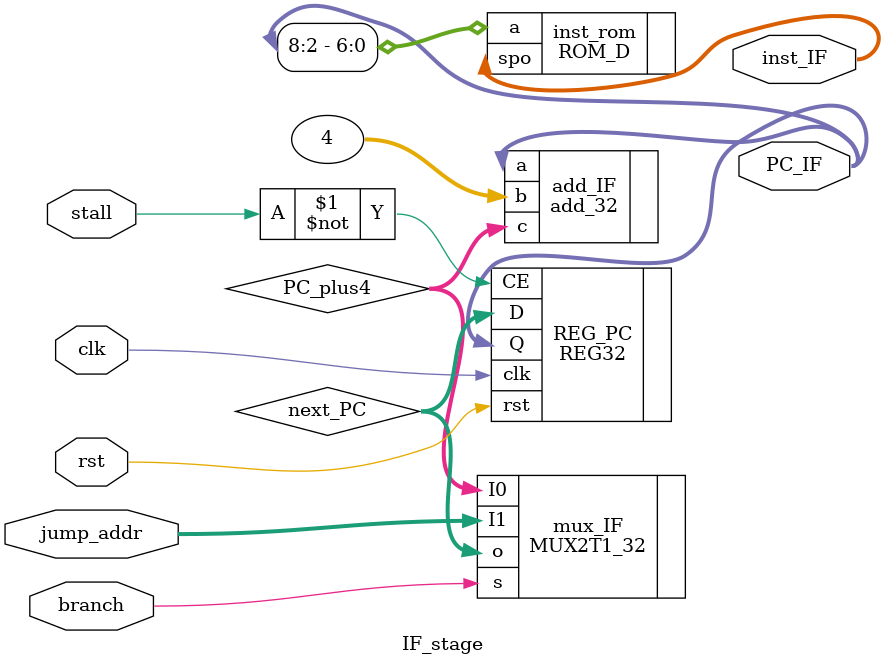
<source format=v>
`timescale 1ns / 1ps
module   IF_stage(input clk,                                 
                    input rst,
                    input stall,                          
                    input branch,                       
                    input [31:0] jump_addr,                 
                    output wire[31:0] PC_IF,                 
                    output wire[31:0] inst_IF                
                );

    wire [31:0] next_PC, PC_plus4;

    REG32 REG_PC(               //CPU instruction output
        .clk        (clk),
        .rst        (rst),
        .CE         (~stall),
        .D          (next_PC),
        .Q          (PC_IF)
    );
    
    add_32 add_IF(              //Instruction address increasing module
        .a          (PC_IF),
        .b          (32'd4),
        .c          (PC_plus4)
    );

    MUX2T1_32 mux_IF(           //Instruction address jump selection module
        .I0         (PC_plus4),
        .I1         (jump_addr),
        .s          (branch),
        .o          (next_PC)
    );

    ROM_D inst_rom(             //Instruction memory
        .a          (PC_IF[8:2]),
        .spo        (inst_IF)
    );

endmodule
</source>
